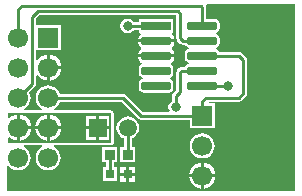
<source format=gtl>
G04*
G04 #@! TF.GenerationSoftware,Altium Limited,Altium Designer,19.1.7 (138)*
G04*
G04 Layer_Physical_Order=1*
G04 Layer_Color=255*
%FSLAX25Y25*%
%MOIN*%
G70*
G01*
G75*
%ADD12C,0.01000*%
%ADD13R,0.03150X0.03150*%
%ADD14R,0.09843X0.02953*%
G04:AMPARAMS|DCode=15|XSize=29.53mil|YSize=98.43mil|CornerRadius=7.38mil|HoleSize=0mil|Usage=FLASHONLY|Rotation=270.000|XOffset=0mil|YOffset=0mil|HoleType=Round|Shape=RoundedRectangle|*
%AMROUNDEDRECTD15*
21,1,0.02953,0.08366,0,0,270.0*
21,1,0.01476,0.09843,0,0,270.0*
1,1,0.01476,-0.04183,-0.00738*
1,1,0.01476,-0.04183,0.00738*
1,1,0.01476,0.04183,0.00738*
1,1,0.01476,0.04183,-0.00738*
%
%ADD15ROUNDEDRECTD15*%
%ADD16R,0.03347X0.03347*%
%ADD25C,0.05906*%
%ADD26R,0.05906X0.05906*%
%ADD27R,0.06693X0.06693*%
%ADD28C,0.06693*%
%ADD29C,0.03200*%
G36*
X57674Y-5049D02*
Y-12500D01*
X57775Y-13007D01*
X58063Y-13437D01*
X59063Y-14437D01*
X59493Y-14725D01*
X60000Y-14826D01*
X60720D01*
X60722Y-14838D01*
X61062Y-15347D01*
X61571Y-15687D01*
X61862Y-15745D01*
Y-16255D01*
X61571Y-16313D01*
X61062Y-16653D01*
X60722Y-17162D01*
X60603Y-17762D01*
Y-19238D01*
X60722Y-19838D01*
X61062Y-20347D01*
X61571Y-20687D01*
X61862Y-20745D01*
Y-21255D01*
X61571Y-21313D01*
X61062Y-21653D01*
X60722Y-22162D01*
X60720Y-22174D01*
X59500D01*
X58993Y-22275D01*
X58563Y-22563D01*
X58063Y-23063D01*
X57775Y-23493D01*
X57674Y-24000D01*
Y-29951D01*
X56563Y-31063D01*
X56275Y-31493D01*
X56174Y-32000D01*
Y-33499D01*
X55770Y-33770D01*
X55239Y-34564D01*
X55053Y-35500D01*
X55239Y-36436D01*
X55438Y-36734D01*
X55202Y-37174D01*
X46549D01*
X40937Y-31563D01*
X40507Y-31275D01*
X40000Y-31174D01*
X18939D01*
X18622Y-30409D01*
X17957Y-29543D01*
X17091Y-28878D01*
X16082Y-28460D01*
X15000Y-28318D01*
X13918Y-28460D01*
X12909Y-28878D01*
X12043Y-29543D01*
X11378Y-30409D01*
X10960Y-31418D01*
X10818Y-32500D01*
X10960Y-33582D01*
X11378Y-34591D01*
X12043Y-35457D01*
X12909Y-36122D01*
X13059Y-36184D01*
X12960Y-36684D01*
X7040D01*
X6940Y-36184D01*
X7091Y-36122D01*
X7957Y-35457D01*
X8622Y-34591D01*
X9040Y-33582D01*
X9182Y-32500D01*
X9040Y-31418D01*
X8723Y-30652D01*
X10584Y-28791D01*
X10871Y-28361D01*
X10972Y-27854D01*
Y-25212D01*
X11472Y-25042D01*
X11900Y-25600D01*
X12808Y-26297D01*
X13865Y-26735D01*
X14500Y-26818D01*
Y-22500D01*
Y-18182D01*
X13865Y-18265D01*
X12808Y-18703D01*
X11900Y-19400D01*
X11472Y-19958D01*
X10972Y-19788D01*
Y-16646D01*
X19146D01*
Y-8354D01*
X10972D01*
Y-6003D01*
X12049Y-4925D01*
X57551D01*
X57674Y-5049D01*
D02*
G37*
G36*
X97175Y-63674D02*
X1326D01*
Y-55344D01*
X1825Y-55174D01*
X2043Y-55457D01*
X2909Y-56122D01*
X3918Y-56540D01*
X5000Y-56682D01*
X6082Y-56540D01*
X7091Y-56122D01*
X7957Y-55457D01*
X8622Y-54591D01*
X9040Y-53582D01*
X9182Y-52500D01*
X9040Y-51418D01*
X8622Y-50409D01*
X7957Y-49543D01*
X7091Y-48878D01*
X6940Y-48816D01*
X7040Y-48316D01*
X12960D01*
X13059Y-48816D01*
X12909Y-48878D01*
X12043Y-49543D01*
X11378Y-50409D01*
X10960Y-51418D01*
X10818Y-52500D01*
X10960Y-53582D01*
X11378Y-54591D01*
X12043Y-55457D01*
X12909Y-56122D01*
X13918Y-56540D01*
X15000Y-56682D01*
X16082Y-56540D01*
X17091Y-56122D01*
X17957Y-55457D01*
X18622Y-54591D01*
X19040Y-53582D01*
X19182Y-52500D01*
X19040Y-51418D01*
X18622Y-50409D01*
X17957Y-49543D01*
X17091Y-48878D01*
X16940Y-48816D01*
X17040Y-48316D01*
X36000D01*
X36312Y-48254D01*
X36577Y-48077D01*
X36754Y-47812D01*
X36816Y-47500D01*
Y-37500D01*
X36754Y-37188D01*
X36577Y-36923D01*
X36312Y-36746D01*
X36000Y-36684D01*
X17040D01*
X16940Y-36184D01*
X17091Y-36122D01*
X17957Y-35457D01*
X18622Y-34591D01*
X18939Y-33825D01*
X39451D01*
X45063Y-39437D01*
X45493Y-39725D01*
X46000Y-39825D01*
X62208D01*
Y-42646D01*
X70501D01*
Y-34354D01*
X68799D01*
X68532Y-33854D01*
X68550Y-33825D01*
X78500D01*
X79007Y-33725D01*
X79437Y-33437D01*
X80937Y-31937D01*
X81225Y-31507D01*
X81326Y-31000D01*
Y-20000D01*
X81225Y-19493D01*
X80937Y-19063D01*
X79437Y-17563D01*
X79007Y-17275D01*
X78500Y-17175D01*
X71989D01*
X71986Y-17162D01*
X71646Y-16653D01*
X71138Y-16313D01*
X70846Y-16255D01*
Y-15745D01*
X71138Y-15687D01*
X71646Y-15347D01*
X71986Y-14838D01*
X72106Y-14238D01*
Y-12762D01*
X71986Y-12162D01*
X71646Y-11653D01*
X71138Y-11313D01*
X70846Y-11255D01*
Y-10745D01*
X71138Y-10687D01*
X71646Y-10347D01*
X71986Y-9838D01*
X72106Y-9238D01*
Y-7762D01*
X71986Y-7162D01*
X71646Y-6653D01*
X71138Y-6313D01*
X70537Y-6194D01*
X67680D01*
Y-2354D01*
X67579Y-1847D01*
X67564Y-1825D01*
X67832Y-1326D01*
X97175D01*
Y-63674D01*
D02*
G37*
G36*
X36000Y-47500D02*
X1500D01*
Y-45831D01*
X2000Y-45677D01*
X2808Y-46297D01*
X3865Y-46735D01*
X4500Y-46818D01*
Y-42500D01*
Y-38182D01*
X3865Y-38265D01*
X2808Y-38703D01*
X2000Y-39323D01*
X1500Y-39169D01*
Y-37500D01*
X36000D01*
Y-47500D01*
D02*
G37*
%LPC*%
G36*
X41461Y-6092D02*
X40524Y-6279D01*
X39730Y-6809D01*
X39200Y-7603D01*
X39013Y-8539D01*
X39200Y-9476D01*
X39730Y-10270D01*
X40524Y-10800D01*
X41461Y-10987D01*
X42397Y-10800D01*
X43191Y-10270D01*
X43461Y-9865D01*
X45279D01*
Y-10776D01*
X45760D01*
X45911Y-11276D01*
X45564Y-11509D01*
X45180Y-12084D01*
X45045Y-12762D01*
Y-13000D01*
X51000D01*
X56955D01*
Y-12762D01*
X56820Y-12084D01*
X56436Y-11509D01*
X56089Y-11276D01*
X56240Y-10776D01*
X56721D01*
Y-6224D01*
X45279D01*
Y-7214D01*
X43461D01*
X43191Y-6809D01*
X42397Y-6279D01*
X41461Y-6092D01*
D02*
G37*
G36*
X56955Y-14000D02*
X51000D01*
X45045D01*
Y-14238D01*
X45180Y-14916D01*
X45564Y-15491D01*
X45883Y-15704D01*
Y-16296D01*
X45564Y-16509D01*
X45180Y-17084D01*
X45045Y-17762D01*
Y-18000D01*
X51000D01*
X56955D01*
Y-17762D01*
X56820Y-17084D01*
X56436Y-16509D01*
X56117Y-16296D01*
Y-15704D01*
X56436Y-15491D01*
X56820Y-14916D01*
X56955Y-14238D01*
Y-14000D01*
D02*
G37*
G36*
X15500Y-18182D02*
Y-22000D01*
X19318D01*
X19235Y-21365D01*
X18797Y-20308D01*
X18100Y-19400D01*
X17192Y-18703D01*
X16135Y-18265D01*
X15500Y-18182D01*
D02*
G37*
G36*
X19318Y-23000D02*
X15500D01*
Y-26818D01*
X16135Y-26735D01*
X17192Y-26297D01*
X18100Y-25600D01*
X18797Y-24692D01*
X19235Y-23635D01*
X19318Y-23000D01*
D02*
G37*
G36*
X56955Y-19000D02*
X51000D01*
X45045D01*
Y-19238D01*
X45180Y-19916D01*
X45564Y-20491D01*
X46089Y-20843D01*
X46129Y-20988D01*
X46132Y-21024D01*
X46115Y-21381D01*
X45708Y-21653D01*
X45368Y-22162D01*
X45249Y-22762D01*
Y-24238D01*
X45368Y-24838D01*
X45708Y-25347D01*
X46217Y-25687D01*
X46508Y-25745D01*
Y-26255D01*
X46217Y-26313D01*
X45708Y-26653D01*
X45368Y-27162D01*
X45249Y-27762D01*
Y-29238D01*
X45368Y-29838D01*
X45708Y-30347D01*
X46217Y-30687D01*
X46817Y-30806D01*
X55183D01*
X55783Y-30687D01*
X56292Y-30347D01*
X56632Y-29838D01*
X56751Y-29238D01*
Y-27762D01*
X56632Y-27162D01*
X56292Y-26653D01*
X55783Y-26313D01*
X55492Y-26255D01*
Y-25745D01*
X55783Y-25687D01*
X56292Y-25347D01*
X56632Y-24838D01*
X56751Y-24238D01*
Y-22762D01*
X56632Y-22162D01*
X56292Y-21653D01*
X55885Y-21381D01*
X55868Y-21024D01*
X55871Y-20988D01*
X55911Y-20843D01*
X56436Y-20491D01*
X56820Y-19916D01*
X56955Y-19238D01*
Y-19000D01*
D02*
G37*
G36*
X66354Y-44318D02*
X65272Y-44460D01*
X64263Y-44878D01*
X63397Y-45543D01*
X62732Y-46409D01*
X62315Y-47418D01*
X62172Y-48500D01*
X62315Y-49582D01*
X62732Y-50591D01*
X63397Y-51457D01*
X64263Y-52122D01*
X65272Y-52540D01*
X66354Y-52682D01*
X67437Y-52540D01*
X68445Y-52122D01*
X69312Y-51457D01*
X69976Y-50591D01*
X70394Y-49582D01*
X70537Y-48500D01*
X70394Y-47418D01*
X69976Y-46409D01*
X69312Y-45543D01*
X68445Y-44878D01*
X67437Y-44460D01*
X66354Y-44318D01*
D02*
G37*
G36*
X41461Y-38715D02*
X40481Y-38844D01*
X39568Y-39222D01*
X38784Y-39823D01*
X38183Y-40607D01*
X37804Y-41520D01*
X37675Y-42500D01*
X37804Y-43480D01*
X38183Y-44393D01*
X38784Y-45177D01*
X39568Y-45778D01*
X40135Y-46013D01*
Y-49027D01*
X39078D01*
Y-53973D01*
X44024D01*
Y-49027D01*
X42786D01*
Y-46013D01*
X43353Y-45778D01*
X44137Y-45177D01*
X44739Y-44393D01*
X45117Y-43480D01*
X45246Y-42500D01*
X45117Y-41520D01*
X44739Y-40607D01*
X44137Y-39823D01*
X43353Y-39222D01*
X42440Y-38844D01*
X41461Y-38715D01*
D02*
G37*
G36*
X44035Y-55425D02*
X41961D01*
Y-57500D01*
X44035D01*
Y-55425D01*
D02*
G37*
G36*
X40961D02*
X38886D01*
Y-57500D01*
X40961D01*
Y-55425D01*
D02*
G37*
G36*
X66854Y-54182D02*
Y-58000D01*
X70673D01*
X70589Y-57365D01*
X70151Y-56308D01*
X69454Y-55400D01*
X68546Y-54703D01*
X67489Y-54265D01*
X66854Y-54182D01*
D02*
G37*
G36*
X65854D02*
X65220Y-54265D01*
X64162Y-54703D01*
X63254Y-55400D01*
X62558Y-56308D01*
X62120Y-57365D01*
X62036Y-58000D01*
X65854D01*
Y-54182D01*
D02*
G37*
G36*
X37922Y-49027D02*
X32976D01*
Y-53973D01*
X34123D01*
Y-55625D01*
X33180D01*
Y-60375D01*
X37930D01*
Y-55625D01*
X36774D01*
Y-53973D01*
X37922D01*
Y-49027D01*
D02*
G37*
G36*
X44035Y-58500D02*
X41961D01*
Y-60575D01*
X44035D01*
Y-58500D01*
D02*
G37*
G36*
X40961D02*
X38886D01*
Y-60575D01*
X40961D01*
Y-58500D01*
D02*
G37*
G36*
X70673Y-59000D02*
X66854D01*
Y-62818D01*
X67489Y-62735D01*
X68546Y-62297D01*
X69454Y-61600D01*
X70151Y-60692D01*
X70589Y-59635D01*
X70673Y-59000D01*
D02*
G37*
G36*
X65854D02*
X62036D01*
X62120Y-59635D01*
X62558Y-60692D01*
X63254Y-61600D01*
X64162Y-62297D01*
X65220Y-62735D01*
X65854Y-62818D01*
Y-59000D01*
D02*
G37*
G36*
X15500Y-38182D02*
Y-42000D01*
X19318D01*
X19235Y-41365D01*
X18797Y-40308D01*
X18100Y-39400D01*
X17192Y-38703D01*
X16135Y-38265D01*
X15500Y-38182D01*
D02*
G37*
G36*
X5500D02*
Y-42000D01*
X9318D01*
X9235Y-41365D01*
X8797Y-40308D01*
X8100Y-39400D01*
X7192Y-38703D01*
X6135Y-38265D01*
X5500Y-38182D01*
D02*
G37*
G36*
X35413Y-38547D02*
X31961D01*
Y-42000D01*
X35413D01*
Y-38547D01*
D02*
G37*
G36*
X30961D02*
X27508D01*
Y-42000D01*
X30961D01*
Y-38547D01*
D02*
G37*
G36*
X14500Y-38182D02*
X13865Y-38265D01*
X12808Y-38703D01*
X11900Y-39400D01*
X11203Y-40308D01*
X10765Y-41365D01*
X10682Y-42000D01*
X14500D01*
Y-38182D01*
D02*
G37*
G36*
X35413Y-43000D02*
X31961D01*
Y-46453D01*
X35413D01*
Y-43000D01*
D02*
G37*
G36*
X30961D02*
X27508D01*
Y-46453D01*
X30961D01*
Y-43000D01*
D02*
G37*
G36*
X19318D02*
X15500D01*
Y-46818D01*
X16135Y-46735D01*
X17192Y-46297D01*
X18100Y-45600D01*
X18797Y-44692D01*
X19235Y-43635D01*
X19318Y-43000D01*
D02*
G37*
G36*
X9318D02*
X5500D01*
Y-46818D01*
X6135Y-46735D01*
X7192Y-46297D01*
X8100Y-45600D01*
X8797Y-44692D01*
X9235Y-43635D01*
X9318Y-43000D01*
D02*
G37*
G36*
X14500D02*
X10682D01*
X10765Y-43635D01*
X11203Y-44692D01*
X11900Y-45600D01*
X12808Y-46297D01*
X13865Y-46735D01*
X14500Y-46818D01*
Y-43000D01*
D02*
G37*
%LPD*%
D12*
X65800Y-1800D02*
X66354Y-2354D01*
Y-8500D02*
Y-2354D01*
X35449Y-57894D02*
Y-51500D01*
Y-57894D02*
X35555Y-58000D01*
X41461Y-8539D02*
X50961D01*
X51000Y-8500D01*
X41461Y-51409D02*
X41551Y-51500D01*
X41461Y-51409D02*
Y-42500D01*
X66354Y-28500D02*
X75000D01*
X5000Y-12500D02*
Y-3000D01*
X6200Y-1800D01*
X65800D01*
X66354Y-18500D02*
X78500D01*
X80000Y-20000D01*
Y-31000D02*
Y-20000D01*
X15000Y-32500D02*
X40000D01*
X46000Y-38500D01*
X66354D01*
X57500Y-35500D02*
Y-32000D01*
X59000Y-30500D01*
Y-24000D01*
X59500Y-23500D01*
X66354D01*
X78500Y-32500D02*
X80000Y-31000D01*
X66354Y-38500D02*
Y-33646D01*
X67500Y-32500D01*
X78500D01*
X5000D02*
X9646Y-27854D01*
Y-5454D01*
X11500Y-3600D01*
X58100D01*
X59000Y-4500D01*
Y-12500D02*
Y-4500D01*
Y-12500D02*
X60000Y-13500D01*
X66354D01*
D13*
X41461Y-58000D02*
D03*
X35555D02*
D03*
D14*
X51000Y-8500D02*
D03*
D15*
X66354D02*
D03*
Y-13500D02*
D03*
X51000D02*
D03*
X66354Y-18500D02*
D03*
X51000D02*
D03*
X66354Y-23500D02*
D03*
X51000D02*
D03*
X66354Y-28500D02*
D03*
X51000D02*
D03*
D16*
X41551Y-51500D02*
D03*
X35449D02*
D03*
D25*
X41461Y-42500D02*
D03*
D26*
X31461D02*
D03*
D27*
X66354Y-38500D02*
D03*
X15000Y-12500D02*
D03*
D28*
X66354Y-48500D02*
D03*
Y-58500D02*
D03*
X5000Y-52500D02*
D03*
Y-42500D02*
D03*
Y-32500D02*
D03*
Y-22500D02*
D03*
Y-12500D02*
D03*
X15000Y-22500D02*
D03*
Y-32500D02*
D03*
Y-42500D02*
D03*
Y-52500D02*
D03*
D29*
X41461Y-8539D02*
D03*
X75000Y-28500D02*
D03*
X57500Y-35500D02*
D03*
X5000Y-61500D02*
D03*
X11000D02*
D03*
X17000D02*
D03*
X20000Y-55500D02*
D03*
X23000Y-61500D02*
D03*
X26000Y-55500D02*
D03*
X23000Y-25500D02*
D03*
X26000Y-19500D02*
D03*
X23000Y-13500D02*
D03*
X26000Y-7500D02*
D03*
X29000Y-61500D02*
D03*
Y-25500D02*
D03*
X32000Y-19500D02*
D03*
X29000Y-13500D02*
D03*
X32000Y-7500D02*
D03*
X35000Y-25500D02*
D03*
X38000Y-19500D02*
D03*
X35000Y-13500D02*
D03*
X47000Y-61500D02*
D03*
X50000Y-55500D02*
D03*
X47000Y-49500D02*
D03*
X50000Y-43500D02*
D03*
X53000Y-61500D02*
D03*
X56000Y-55500D02*
D03*
X53000Y-49500D02*
D03*
X59000Y-61500D02*
D03*
X74000Y-55500D02*
D03*
Y-43500D02*
D03*
Y-7500D02*
D03*
X77000Y-61500D02*
D03*
X80000Y-55500D02*
D03*
X77000Y-49500D02*
D03*
X80000Y-43500D02*
D03*
X77000Y-37500D02*
D03*
Y-13500D02*
D03*
X83000Y-61500D02*
D03*
X86000Y-55500D02*
D03*
X83000Y-49500D02*
D03*
X86000Y-43500D02*
D03*
X83000Y-37500D02*
D03*
X86000Y-31500D02*
D03*
X83000Y-25500D02*
D03*
X86000Y-19500D02*
D03*
X83000Y-13500D02*
D03*
X86000Y-7500D02*
D03*
X89000Y-61500D02*
D03*
X92000Y-55500D02*
D03*
X89000Y-49500D02*
D03*
X92000Y-43500D02*
D03*
X89000Y-37500D02*
D03*
X92000Y-31500D02*
D03*
X89000Y-25500D02*
D03*
X92000Y-19500D02*
D03*
X89000Y-13500D02*
D03*
X92000Y-7500D02*
D03*
M02*

</source>
